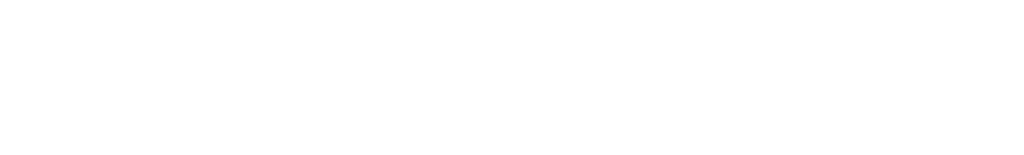
<source format=gbs>
*%FSLAX23Y23*%
*%MOIN*%
G01*
D20*
X13209Y8323D02*
D03*
X12962Y7623D02*
D03*
X12347Y7523D02*
D03*
X12402Y7493D02*
D03*
X11232Y7553D02*
D03*
X10632Y7663D02*
D03*
X10032Y7608D02*
D03*
X9106Y7707D02*
D03*
X9061Y8258D02*
D03*
X8962Y8263D02*
D03*
X8662Y8333D02*
D03*
X8494Y8443D02*
D03*
X8237Y7953D02*
D03*
Y8258D02*
D03*
X8367Y7848D02*
D03*
X8157Y8078D02*
D03*
X7922Y7878D02*
D03*
X7967Y7543D02*
D03*
X7997Y7573D02*
D03*
X8027Y7603D02*
D03*
X7642Y7908D02*
D03*
X7737Y7953D02*
D03*
Y7593D02*
D03*
X7537Y8038D02*
D03*
X7637Y8008D02*
D03*
X7437Y8068D02*
D03*
X7322Y8058D02*
D03*
X6872Y7873D02*
D03*
X6902Y7903D02*
D03*
X6901Y7958D02*
D03*
X6889Y8400D02*
D03*
X6853Y8086D02*
D03*
X6455Y8059D02*
D03*
X6200Y8561D02*
D03*
D24*
X8137Y8441D02*
D03*
X8037D02*
D03*
X7937D02*
D03*
X7837D02*
D03*
X7737D02*
D03*
X7637D02*
D03*
X7537D02*
D03*
X7437D02*
D03*
X6732Y8425D02*
D03*
X6632Y8325D02*
D03*
D27*
X6363Y8147D02*
D03*
X6113Y8247D02*
D03*
X6163Y8147D02*
D03*
X6213Y8247D02*
D03*
X6263Y8147D02*
D03*
X6313Y8247D02*
D03*
D29*
X12803Y7660D02*
D03*
Y7360D02*
D03*
X12403Y7660D02*
D03*
Y7360D02*
D03*
X14024Y8325D02*
D03*
Y8025D02*
D03*
X13624Y8325D02*
D03*
Y8025D02*
D03*
X13413Y8542D02*
D03*
Y8242D02*
D03*
X13013Y8542D02*
D03*
Y8242D02*
D03*
Y7809D02*
D03*
Y8109D02*
D03*
X13413Y7809D02*
D03*
Y8109D02*
D03*
X12403Y8025D02*
D03*
Y8325D02*
D03*
X12803Y8025D02*
D03*
Y8325D02*
D03*
X6858Y7660D02*
D03*
Y7460D02*
D03*
Y7360D02*
D03*
X6458D02*
D03*
Y7560D02*
D03*
Y7660D02*
D03*
X8079D02*
D03*
Y7360D02*
D03*
X7679Y7660D02*
D03*
Y7360D02*
D03*
X11740Y7660D02*
D03*
Y7360D02*
D03*
X11340Y7660D02*
D03*
Y7360D02*
D03*
X10520Y7660D02*
D03*
Y7360D02*
D03*
X10120Y7660D02*
D03*
Y7360D02*
D03*
X9299Y7660D02*
D03*
Y7360D02*
D03*
X8899Y7660D02*
D03*
Y7360D02*
D03*
D31*
X6419Y8219D02*
D03*
D36*
X7229Y7510D02*
D03*
X13213D02*
D03*
X12603Y8534D02*
D03*
X9709Y7510D02*
D03*
D44*
X8237Y8441D02*
D03*
X6832Y8325D02*
D03*
M02*

</source>
